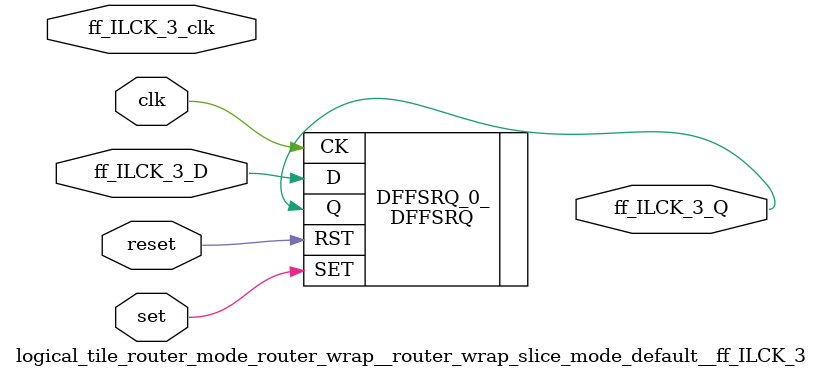
<source format=v>
`default_nettype none

module logical_tile_router_mode_router_wrap__router_wrap_slice_mode_default__ff_ILCK_3(set,
                                                                                       reset,
                                                                                       clk,
                                                                                       ff_ILCK_3_D,
                                                                                       ff_ILCK_3_Q,
                                                                                       ff_ILCK_3_clk);
//----- GLOBAL PORTS -----
input [0:0] set;
//----- GLOBAL PORTS -----
input [0:0] reset;
//----- GLOBAL PORTS -----
input [0:0] clk;
//----- INPUT PORTS -----
input [0:0] ff_ILCK_3_D;
//----- OUTPUT PORTS -----
output [0:0] ff_ILCK_3_Q;
//----- CLOCK PORTS -----
input [0:0] ff_ILCK_3_clk;

//----- BEGIN wire-connection ports -----
wire [0:0] ff_ILCK_3_D;
wire [0:0] ff_ILCK_3_Q;
wire [0:0] ff_ILCK_3_clk;
//----- END wire-connection ports -----


//----- BEGIN Registered ports -----
//----- END Registered ports -----



// ----- BEGIN Local short connections -----
// ----- END Local short connections -----
// ----- BEGIN Local output short connections -----
// ----- END Local output short connections -----

	DFFSRQ DFFSRQ_0_ (
		.SET(set),
		.RST(reset),
		.CK(clk),
		.D(ff_ILCK_3_D),
		.Q(ff_ILCK_3_Q));

endmodule
// ----- END Verilog module for logical_tile_router_mode_router_wrap__router_wrap_slice_mode_default__ff_ILCK_3 -----

//----- Default net type -----
`default_nettype wire




</source>
